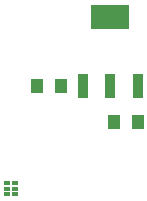
<source format=gbr>
G04 #@! TF.FileFunction,Paste,Bot*
%FSLAX46Y46*%
G04 Gerber Fmt 4.6, Leading zero omitted, Abs format (unit mm)*
G04 Created by KiCad (PCBNEW 4.0.2-stable) date Saturday, November 25, 2017 'AMt' 08:54:30 AM*
%MOMM*%
G01*
G04 APERTURE LIST*
%ADD10C,0.100000*%
%ADD11R,3.250000X2.150000*%
%ADD12R,0.950000X2.150000*%
%ADD13R,0.520000X0.300000*%
%ADD14R,1.000000X1.250000*%
G04 APERTURE END LIST*
D10*
D11*
X41500000Y-22500000D03*
D12*
X43800000Y-28300000D03*
X39200000Y-28300000D03*
X41500000Y-28300000D03*
D13*
X32710000Y-36500000D03*
X32710000Y-37000000D03*
X32710000Y-37500000D03*
X33450000Y-37500000D03*
X33450000Y-37000000D03*
X33450000Y-36500000D03*
D14*
X35300000Y-28300000D03*
X37300000Y-28300000D03*
X41800000Y-31350000D03*
X43800000Y-31350000D03*
M02*

</source>
